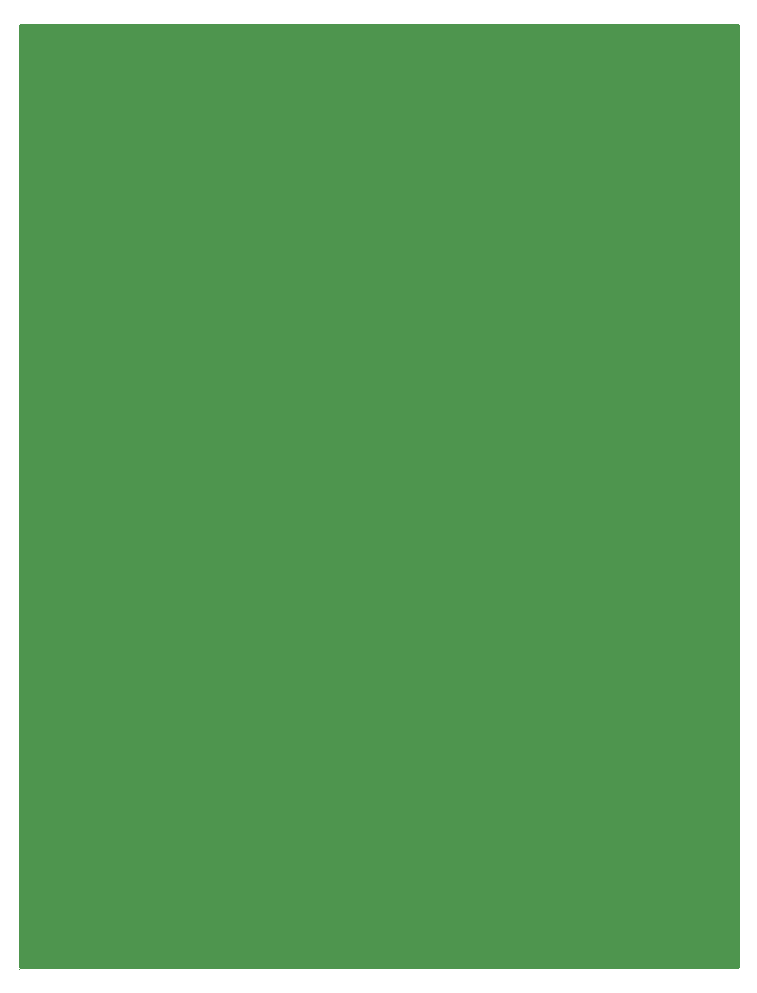
<source format=gbr>
G04 (created by PCBNEW (2013-07-07 BZR 4022)-stable) date 2016-03-24 오전 10:08:33*
%MOIN*%
G04 Gerber Fmt 3.4, Leading zero omitted, Abs format*
%FSLAX34Y34*%
G01*
G70*
G90*
G04 APERTURE LIST*
%ADD10C,0.00590551*%
%ADD11C,0.00393701*%
%ADD12C,0.01*%
G04 APERTURE END LIST*
G54D10*
G54D11*
X39370Y-39370D02*
G75*
G03X39370Y-39370I0J0D01*
G74*
G01*
X39369Y-39370D02*
X39371Y-39370D01*
X39370Y-39369D02*
X39370Y-39371D01*
X39370Y-39370D02*
G75*
G03X39370Y-39370I0J0D01*
G74*
G01*
X39369Y-39370D02*
X39371Y-39370D01*
X39370Y-39369D02*
X39370Y-39371D01*
X39370Y-39370D02*
G75*
G03X39370Y-39370I0J0D01*
G74*
G01*
X39369Y-39370D02*
X39371Y-39370D01*
X39370Y-39369D02*
X39370Y-39371D01*
X39370Y-39370D02*
G75*
G03X39370Y-39370I0J0D01*
G74*
G01*
X39369Y-39370D02*
X39371Y-39370D01*
X39370Y-39369D02*
X39370Y-39371D01*
X39370Y-39370D02*
G75*
G03X39370Y-39370I0J0D01*
G74*
G01*
X39369Y-39370D02*
X39371Y-39370D01*
X39370Y-39369D02*
X39370Y-39371D01*
G54D10*
G36*
X63335Y-39320D02*
X39420Y-39320D01*
X39420Y-7924D01*
X63335Y-7924D01*
X63335Y-39320D01*
X63335Y-39320D01*
G37*
G54D12*
X63335Y-39320D02*
X39420Y-39320D01*
X39420Y-7924D01*
X63335Y-7924D01*
X63335Y-39320D01*
M02*

</source>
